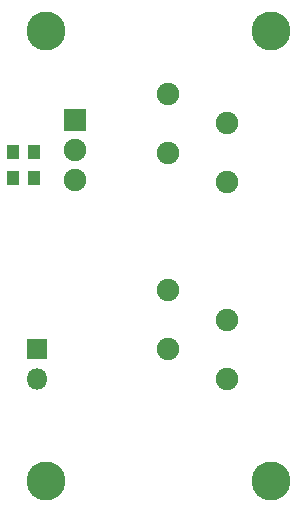
<source format=gbr>
G04 #@! TF.GenerationSoftware,KiCad,Pcbnew,(5.1.4)-1*
G04 #@! TF.CreationDate,2019-12-03T13:15:03-06:00*
G04 #@! TF.ProjectId,cutdown_power,63757464-6f77-46e5-9f70-6f7765722e6b,rev?*
G04 #@! TF.SameCoordinates,Original*
G04 #@! TF.FileFunction,Soldermask,Top*
G04 #@! TF.FilePolarity,Negative*
%FSLAX46Y46*%
G04 Gerber Fmt 4.6, Leading zero omitted, Abs format (unit mm)*
G04 Created by KiCad (PCBNEW (5.1.4)-1) date 2019-12-03 13:15:03*
%MOMM*%
%LPD*%
G04 APERTURE LIST*
%ADD10O,1.801600X1.801600*%
%ADD11R,1.801600X1.801600*%
%ADD12C,1.901600*%
%ADD13O,1.901600X1.901600*%
%ADD14R,1.901600X1.901600*%
%ADD15R,1.001600X1.301600*%
%ADD16C,3.301600*%
G04 APERTURE END LIST*
D10*
X159258000Y-120904000D03*
D11*
X159258000Y-118364000D03*
D12*
X175347000Y-120864000D03*
X170347000Y-118364000D03*
X175347000Y-115864000D03*
X170347000Y-113364000D03*
D13*
X162478999Y-104013000D03*
X162478999Y-101473000D03*
D14*
X162478999Y-98933000D03*
D15*
X157226000Y-103843000D03*
X157226000Y-101643000D03*
X159004000Y-101643000D03*
X159004000Y-103843000D03*
D16*
X160020000Y-91440000D03*
X160020000Y-129540000D03*
D12*
X175347000Y-104227000D03*
X170347000Y-101727000D03*
X175347000Y-99227000D03*
X170347000Y-96727000D03*
D16*
X179070000Y-129540000D03*
X179070000Y-91440000D03*
M02*

</source>
